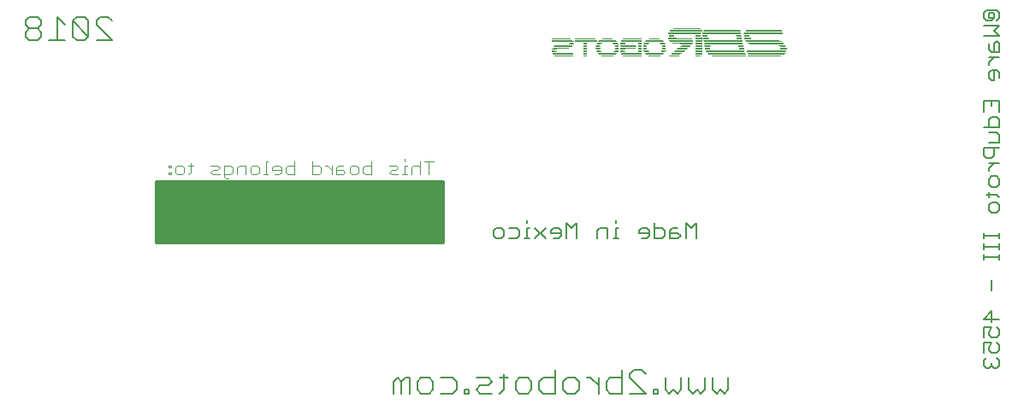
<source format=gbo>
G75*
%MOIN*%
%OFA0B0*%
%FSLAX25Y25*%
%IPPOS*%
%LPD*%
%AMOC8*
5,1,8,0,0,1.08239X$1,22.5*
%
%ADD10C,0.00800*%
%ADD11C,0.00500*%
%ADD12C,0.00400*%
%ADD13R,0.13000X0.00333*%
%ADD14R,0.13330X0.00333*%
%ADD15R,0.02000X0.00333*%
%ADD16R,0.03670X0.00333*%
%ADD17R,0.04670X0.00333*%
%ADD18R,0.07330X0.00333*%
%ADD19R,0.04660X0.00333*%
%ADD20R,0.01330X0.00333*%
%ADD21R,0.07340X0.00333*%
%ADD22R,0.14000X0.00334*%
%ADD23R,0.13670X0.00334*%
%ADD24R,0.02340X0.00334*%
%ADD25R,0.03670X0.00334*%
%ADD26R,0.06000X0.00334*%
%ADD27R,0.07660X0.00334*%
%ADD28R,0.01330X0.00334*%
%ADD29R,0.07670X0.00334*%
%ADD30R,0.14330X0.00333*%
%ADD31R,0.14340X0.00333*%
%ADD32R,0.02340X0.00333*%
%ADD33R,0.03660X0.00333*%
%ADD34R,0.06670X0.00333*%
%ADD35R,0.08000X0.00333*%
%ADD36R,0.06660X0.00333*%
%ADD37R,0.14660X0.00333*%
%ADD38R,0.14670X0.00333*%
%ADD39R,0.15000X0.00334*%
%ADD40R,0.04000X0.00334*%
%ADD41R,0.02330X0.00334*%
%ADD42R,0.01660X0.00334*%
%ADD43R,0.01670X0.00334*%
%ADD44R,0.02000X0.00334*%
%ADD45R,0.15000X0.00333*%
%ADD46R,0.01660X0.00333*%
%ADD47R,0.01670X0.00333*%
%ADD48R,0.15340X0.00333*%
%ADD49R,0.01340X0.00333*%
%ADD50R,0.02670X0.00334*%
%ADD51R,0.03660X0.00334*%
%ADD52R,0.02330X0.00333*%
%ADD53R,0.04000X0.00333*%
%ADD54R,0.06000X0.00333*%
%ADD55R,0.06330X0.00333*%
%ADD56R,0.01340X0.00334*%
%ADD57R,0.05670X0.00334*%
%ADD58R,0.07330X0.00334*%
%ADD59R,0.05670X0.00333*%
%ADD60R,0.02660X0.00333*%
%ADD61R,0.07000X0.00333*%
%ADD62R,0.13000X0.00334*%
%ADD63R,0.15330X0.00334*%
%ADD64R,0.06340X0.00334*%
%ADD65R,0.13340X0.00333*%
%ADD66R,0.14000X0.00333*%
%ADD67R,0.07670X0.00333*%
%ADD68R,0.14670X0.00334*%
%ADD69R,0.08660X0.00334*%
%ADD70R,0.02660X0.00334*%
%ADD71R,0.13670X0.00333*%
%ADD72R,0.09000X0.00333*%
%ADD73R,0.08330X0.00333*%
%ADD74R,0.08340X0.00333*%
%ADD75R,0.09330X0.00333*%
%ADD76R,0.12330X0.00334*%
%ADD77R,0.09330X0.00334*%
%ADD78R,0.08340X0.00334*%
%ADD79R,0.02670X0.00333*%
%ADD80R,0.04330X0.00333*%
%ADD81R,0.03330X0.00333*%
%ADD82R,0.15330X0.00333*%
%ADD83R,0.12660X0.00333*%
%ADD84R,0.12670X0.00334*%
%ADD85R,0.12340X0.00333*%
%ADD86R,0.11330X0.00334*%
%ADD87R,0.10660X0.00333*%
%ADD88C,0.01600*%
D10*
X0165129Y0013328D02*
X0165129Y0017932D01*
X0166664Y0019466D01*
X0168199Y0017932D01*
X0168199Y0013328D01*
X0171268Y0013328D02*
X0171268Y0019466D01*
X0169733Y0019466D01*
X0168199Y0017932D01*
X0174337Y0017932D02*
X0174337Y0014862D01*
X0175872Y0013328D01*
X0178941Y0013328D01*
X0180476Y0014862D01*
X0180476Y0017932D01*
X0178941Y0019466D01*
X0175872Y0019466D01*
X0174337Y0017932D01*
X0183545Y0019466D02*
X0188149Y0019466D01*
X0189684Y0017932D01*
X0189684Y0014862D01*
X0188149Y0013328D01*
X0183545Y0013328D01*
X0192753Y0013328D02*
X0194288Y0013328D01*
X0194288Y0014862D01*
X0192753Y0014862D01*
X0192753Y0013328D01*
X0197357Y0014862D02*
X0198892Y0016397D01*
X0201961Y0016397D01*
X0203496Y0017932D01*
X0201961Y0019466D01*
X0197357Y0019466D01*
X0197357Y0014862D02*
X0198892Y0013328D01*
X0203496Y0013328D01*
X0206565Y0013328D02*
X0208099Y0014862D01*
X0208099Y0021001D01*
X0209634Y0019466D02*
X0206565Y0019466D01*
X0212703Y0017932D02*
X0212703Y0014862D01*
X0214238Y0013328D01*
X0217307Y0013328D01*
X0218842Y0014862D01*
X0218842Y0017932D01*
X0217307Y0019466D01*
X0214238Y0019466D01*
X0212703Y0017932D01*
X0221911Y0017932D02*
X0221911Y0014862D01*
X0223446Y0013328D01*
X0228050Y0013328D01*
X0228050Y0022536D01*
X0228050Y0019466D02*
X0223446Y0019466D01*
X0221911Y0017932D01*
X0231119Y0017932D02*
X0231119Y0014862D01*
X0232654Y0013328D01*
X0235723Y0013328D01*
X0237258Y0014862D01*
X0237258Y0017932D01*
X0235723Y0019466D01*
X0232654Y0019466D01*
X0231119Y0017932D01*
X0240327Y0019466D02*
X0241862Y0019466D01*
X0244931Y0016397D01*
X0244931Y0013328D02*
X0244931Y0019466D01*
X0248000Y0017932D02*
X0249535Y0019466D01*
X0254139Y0019466D01*
X0257208Y0019466D02*
X0257208Y0021001D01*
X0258743Y0022536D01*
X0261812Y0022536D01*
X0263347Y0021001D01*
X0257208Y0019466D02*
X0263347Y0013328D01*
X0257208Y0013328D01*
X0254139Y0013328D02*
X0249535Y0013328D01*
X0248000Y0014862D01*
X0248000Y0017932D01*
X0254139Y0022536D02*
X0254139Y0013328D01*
X0266416Y0013328D02*
X0267951Y0013328D01*
X0267951Y0014862D01*
X0266416Y0014862D01*
X0266416Y0013328D01*
X0271020Y0014862D02*
X0271020Y0019466D01*
X0277158Y0019466D02*
X0277158Y0014862D01*
X0275624Y0013328D01*
X0274089Y0014862D01*
X0272555Y0013328D01*
X0271020Y0014862D01*
X0280228Y0014862D02*
X0280228Y0019466D01*
X0280228Y0014862D02*
X0281762Y0013328D01*
X0283297Y0014862D01*
X0284832Y0013328D01*
X0286366Y0014862D01*
X0286366Y0019466D01*
X0289436Y0019466D02*
X0289436Y0014862D01*
X0290970Y0013328D01*
X0292505Y0014862D01*
X0294040Y0013328D01*
X0295574Y0014862D01*
X0295574Y0019466D01*
X0055417Y0151123D02*
X0049278Y0151123D01*
X0046209Y0152658D02*
X0040070Y0158796D01*
X0040070Y0152658D01*
X0041605Y0151123D01*
X0044674Y0151123D01*
X0046209Y0152658D01*
X0046209Y0158796D01*
X0044674Y0160331D01*
X0041605Y0160331D01*
X0040070Y0158796D01*
X0037001Y0157262D02*
X0033932Y0160331D01*
X0033932Y0151123D01*
X0037001Y0151123D02*
X0030862Y0151123D01*
X0027793Y0152658D02*
X0027793Y0154192D01*
X0026258Y0155727D01*
X0023189Y0155727D01*
X0021655Y0154192D01*
X0021655Y0152658D01*
X0023189Y0151123D01*
X0026258Y0151123D01*
X0027793Y0152658D01*
X0026258Y0155727D02*
X0027793Y0157262D01*
X0027793Y0158796D01*
X0026258Y0160331D01*
X0023189Y0160331D01*
X0021655Y0158796D01*
X0021655Y0157262D01*
X0023189Y0155727D01*
X0049278Y0157262D02*
X0049278Y0158796D01*
X0050813Y0160331D01*
X0053882Y0160331D01*
X0055417Y0158796D01*
X0049278Y0157262D02*
X0055417Y0151123D01*
D11*
X0203984Y0076754D02*
X0205001Y0077771D01*
X0207036Y0077771D01*
X0208054Y0076754D01*
X0208054Y0074719D01*
X0207036Y0073701D01*
X0205001Y0073701D01*
X0203984Y0074719D01*
X0203984Y0076754D01*
X0210061Y0077771D02*
X0213113Y0077771D01*
X0214131Y0076754D01*
X0214131Y0074719D01*
X0213113Y0073701D01*
X0210061Y0073701D01*
X0216147Y0073701D02*
X0218182Y0073701D01*
X0217165Y0073701D02*
X0217165Y0077771D01*
X0218182Y0077771D01*
X0220189Y0077771D02*
X0224259Y0073701D01*
X0226267Y0075736D02*
X0230337Y0075736D01*
X0230337Y0074719D02*
X0230337Y0076754D01*
X0229319Y0077771D01*
X0227284Y0077771D01*
X0226267Y0076754D01*
X0226267Y0075736D01*
X0227284Y0073701D02*
X0229319Y0073701D01*
X0230337Y0074719D01*
X0232344Y0073701D02*
X0232344Y0079806D01*
X0234379Y0077771D01*
X0236414Y0079806D01*
X0236414Y0073701D01*
X0244498Y0073701D02*
X0244498Y0076754D01*
X0245516Y0077771D01*
X0248568Y0077771D01*
X0248568Y0073701D01*
X0250585Y0073701D02*
X0252620Y0073701D01*
X0251602Y0073701D02*
X0251602Y0077771D01*
X0252620Y0077771D01*
X0251602Y0079806D02*
X0251602Y0080824D01*
X0260704Y0076754D02*
X0260704Y0075736D01*
X0264774Y0075736D01*
X0264774Y0074719D02*
X0264774Y0076754D01*
X0263757Y0077771D01*
X0261721Y0077771D01*
X0260704Y0076754D01*
X0263757Y0073701D02*
X0264774Y0074719D01*
X0263757Y0073701D02*
X0261721Y0073701D01*
X0266781Y0073701D02*
X0269834Y0073701D01*
X0270851Y0074719D01*
X0270851Y0076754D01*
X0269834Y0077771D01*
X0266781Y0077771D01*
X0272858Y0076754D02*
X0272858Y0073701D01*
X0275911Y0073701D01*
X0276928Y0074719D01*
X0275911Y0075736D01*
X0272858Y0075736D01*
X0272858Y0076754D02*
X0273876Y0077771D01*
X0275911Y0077771D01*
X0278936Y0079806D02*
X0280971Y0077771D01*
X0283006Y0079806D01*
X0283006Y0073701D01*
X0278936Y0073701D02*
X0278936Y0079806D01*
X0266781Y0079806D02*
X0266781Y0073701D01*
X0224259Y0077771D02*
X0220189Y0073701D01*
X0217165Y0079806D02*
X0217165Y0080824D01*
X0394965Y0075739D02*
X0394965Y0073704D01*
X0394965Y0074721D02*
X0401071Y0074721D01*
X0401071Y0073704D02*
X0401071Y0075739D01*
X0401071Y0071687D02*
X0401071Y0069652D01*
X0401071Y0070670D02*
X0394965Y0070670D01*
X0394965Y0071687D02*
X0394965Y0069652D01*
X0394965Y0067636D02*
X0394965Y0065601D01*
X0394965Y0066618D02*
X0401071Y0066618D01*
X0401071Y0065601D02*
X0401071Y0067636D01*
X0398018Y0057507D02*
X0398018Y0053437D01*
X0398018Y0045353D02*
X0398018Y0041283D01*
X0398018Y0039275D02*
X0394965Y0039275D01*
X0394965Y0035205D01*
X0394965Y0033198D02*
X0398018Y0033198D01*
X0397000Y0031163D01*
X0397000Y0030146D01*
X0398018Y0029128D01*
X0400053Y0029128D01*
X0401071Y0030146D01*
X0401071Y0032181D01*
X0400053Y0033198D01*
X0400053Y0035205D02*
X0398018Y0035205D01*
X0397000Y0036223D01*
X0397000Y0037240D01*
X0398018Y0039275D01*
X0400053Y0039275D02*
X0401071Y0038258D01*
X0401071Y0036223D01*
X0400053Y0035205D01*
X0394965Y0033198D02*
X0394965Y0029128D01*
X0395983Y0027121D02*
X0394965Y0026104D01*
X0394965Y0024069D01*
X0395983Y0023051D01*
X0397000Y0023051D01*
X0398018Y0024069D01*
X0399036Y0023051D01*
X0400053Y0023051D01*
X0401071Y0024069D01*
X0401071Y0026104D01*
X0400053Y0027121D01*
X0398018Y0025086D02*
X0398018Y0024069D01*
X0394965Y0042300D02*
X0398018Y0045353D01*
X0401071Y0042300D02*
X0394965Y0042300D01*
X0398018Y0083823D02*
X0397000Y0084840D01*
X0397000Y0086875D01*
X0398018Y0087893D01*
X0400053Y0087893D01*
X0401071Y0086875D01*
X0401071Y0084840D01*
X0400053Y0083823D01*
X0398018Y0083823D01*
X0397000Y0089909D02*
X0397000Y0091944D01*
X0395983Y0090927D02*
X0400053Y0090927D01*
X0401071Y0089909D01*
X0400053Y0093951D02*
X0398018Y0093951D01*
X0397000Y0094969D01*
X0397000Y0097004D01*
X0398018Y0098022D01*
X0400053Y0098022D01*
X0401071Y0097004D01*
X0401071Y0094969D01*
X0400053Y0093951D01*
X0397000Y0100033D02*
X0397000Y0101051D01*
X0399036Y0103086D01*
X0401071Y0103086D02*
X0397000Y0103086D01*
X0395983Y0105093D02*
X0398018Y0105093D01*
X0399036Y0106111D01*
X0399036Y0109163D01*
X0401071Y0109163D02*
X0394965Y0109163D01*
X0394965Y0106111D01*
X0395983Y0105093D01*
X0397000Y0111170D02*
X0401071Y0111170D01*
X0401071Y0114223D01*
X0400053Y0115240D01*
X0397000Y0115240D01*
X0397000Y0117247D02*
X0397000Y0120300D01*
X0398018Y0121318D01*
X0400053Y0121318D01*
X0401071Y0120300D01*
X0401071Y0117247D01*
X0394965Y0117247D01*
X0394965Y0123325D02*
X0394965Y0127395D01*
X0401071Y0127395D01*
X0401071Y0123325D01*
X0398018Y0125360D02*
X0398018Y0127395D01*
X0398018Y0135479D02*
X0399036Y0135479D01*
X0399036Y0139549D01*
X0400053Y0139549D02*
X0398018Y0139549D01*
X0397000Y0138532D01*
X0397000Y0136496D01*
X0398018Y0135479D01*
X0401071Y0136496D02*
X0401071Y0138532D01*
X0400053Y0139549D01*
X0397000Y0141561D02*
X0397000Y0142578D01*
X0399036Y0144613D01*
X0399036Y0146620D02*
X0399036Y0149673D01*
X0400053Y0150691D01*
X0401071Y0149673D01*
X0401071Y0146620D01*
X0398018Y0146620D01*
X0397000Y0147638D01*
X0397000Y0149673D01*
X0394965Y0152698D02*
X0401071Y0152698D01*
X0399036Y0154733D01*
X0401071Y0156768D01*
X0394965Y0156768D01*
X0395983Y0158775D02*
X0398018Y0158775D01*
X0399036Y0159792D01*
X0397000Y0159792D01*
X0397000Y0161827D01*
X0399036Y0161827D01*
X0399036Y0159792D01*
X0400053Y0158775D02*
X0401071Y0159792D01*
X0401071Y0161827D01*
X0400053Y0162845D01*
X0395983Y0162845D01*
X0394965Y0161827D01*
X0394965Y0159792D01*
X0395983Y0158775D01*
X0397000Y0144613D02*
X0401071Y0144613D01*
D12*
X0180617Y0103962D02*
X0177147Y0103962D01*
X0175460Y0103962D02*
X0175460Y0098758D01*
X0175460Y0101360D02*
X0174593Y0102227D01*
X0172858Y0102227D01*
X0171991Y0101360D01*
X0171991Y0098758D01*
X0170304Y0098758D02*
X0168569Y0098758D01*
X0169436Y0098758D02*
X0169436Y0102227D01*
X0170304Y0102227D01*
X0169436Y0103962D02*
X0169436Y0104829D01*
X0165999Y0102227D02*
X0163397Y0102227D01*
X0164264Y0100492D02*
X0165999Y0100492D01*
X0166866Y0101360D01*
X0165999Y0102227D01*
X0164264Y0100492D02*
X0163397Y0099625D01*
X0164264Y0098758D01*
X0166866Y0098758D01*
X0156553Y0098758D02*
X0153951Y0098758D01*
X0153084Y0099625D01*
X0153084Y0101360D01*
X0153951Y0102227D01*
X0156553Y0102227D01*
X0156553Y0103962D02*
X0156553Y0098758D01*
X0151397Y0099625D02*
X0151397Y0101360D01*
X0150530Y0102227D01*
X0148795Y0102227D01*
X0147927Y0101360D01*
X0147927Y0099625D01*
X0148795Y0098758D01*
X0150530Y0098758D01*
X0151397Y0099625D01*
X0146241Y0099625D02*
X0145373Y0100492D01*
X0142771Y0100492D01*
X0142771Y0101360D02*
X0142771Y0098758D01*
X0145373Y0098758D01*
X0146241Y0099625D01*
X0143638Y0102227D02*
X0142771Y0101360D01*
X0143638Y0102227D02*
X0145373Y0102227D01*
X0141084Y0102227D02*
X0141084Y0098758D01*
X0141084Y0100492D02*
X0139349Y0102227D01*
X0138482Y0102227D01*
X0136787Y0101360D02*
X0135920Y0102227D01*
X0133318Y0102227D01*
X0133318Y0103962D02*
X0133318Y0098758D01*
X0135920Y0098758D01*
X0136787Y0099625D01*
X0136787Y0101360D01*
X0126475Y0102227D02*
X0123872Y0102227D01*
X0123005Y0101360D01*
X0123005Y0099625D01*
X0123872Y0098758D01*
X0126475Y0098758D01*
X0126475Y0103962D01*
X0121318Y0101360D02*
X0120451Y0102227D01*
X0118716Y0102227D01*
X0117848Y0101360D01*
X0117848Y0100492D01*
X0121318Y0100492D01*
X0121318Y0099625D02*
X0121318Y0101360D01*
X0121318Y0099625D02*
X0120451Y0098758D01*
X0118716Y0098758D01*
X0116162Y0098758D02*
X0114427Y0098758D01*
X0115294Y0098758D02*
X0115294Y0103962D01*
X0116162Y0103962D01*
X0112724Y0101360D02*
X0111857Y0102227D01*
X0110122Y0102227D01*
X0109254Y0101360D01*
X0109254Y0099625D01*
X0110122Y0098758D01*
X0111857Y0098758D01*
X0112724Y0099625D01*
X0112724Y0101360D01*
X0107568Y0102227D02*
X0107568Y0098758D01*
X0104098Y0098758D02*
X0104098Y0101360D01*
X0104966Y0102227D01*
X0107568Y0102227D01*
X0102411Y0101360D02*
X0102411Y0099625D01*
X0101544Y0098758D01*
X0098942Y0098758D01*
X0098942Y0097890D02*
X0098942Y0102227D01*
X0101544Y0102227D01*
X0102411Y0101360D01*
X0100677Y0097023D02*
X0099809Y0097023D01*
X0098942Y0097890D01*
X0097255Y0098758D02*
X0094653Y0098758D01*
X0093785Y0099625D01*
X0094653Y0100492D01*
X0096388Y0100492D01*
X0097255Y0101360D01*
X0096388Y0102227D01*
X0093785Y0102227D01*
X0086942Y0102227D02*
X0085207Y0102227D01*
X0086075Y0103095D02*
X0086075Y0099625D01*
X0085207Y0098758D01*
X0083505Y0099625D02*
X0082637Y0098758D01*
X0080902Y0098758D01*
X0080035Y0099625D01*
X0080035Y0101360D01*
X0080902Y0102227D01*
X0082637Y0102227D01*
X0083505Y0101360D01*
X0083505Y0099625D01*
X0078348Y0099625D02*
X0078348Y0098758D01*
X0077481Y0098758D01*
X0077481Y0099625D01*
X0078348Y0099625D01*
X0078348Y0101360D02*
X0077481Y0101360D01*
X0077481Y0102227D01*
X0078348Y0102227D01*
X0078348Y0101360D01*
X0178882Y0098758D02*
X0178882Y0103962D01*
D13*
X0278617Y0153801D03*
X0309617Y0144801D03*
D14*
X0308782Y0150801D03*
X0295782Y0144801D03*
D15*
X0300447Y0148468D03*
X0299777Y0151468D03*
X0299447Y0152801D03*
X0287447Y0147468D03*
X0283777Y0144801D03*
X0270117Y0149468D03*
X0269777Y0149801D03*
X0263777Y0149801D03*
X0263447Y0149468D03*
X0251777Y0149468D03*
X0251447Y0149801D03*
X0245447Y0149801D03*
X0245117Y0146468D03*
X0283777Y0152468D03*
X0283777Y0152801D03*
D16*
X0278612Y0148468D03*
X0277282Y0147468D03*
X0276612Y0146801D03*
X0276282Y0146468D03*
X0275282Y0145801D03*
X0274282Y0144801D03*
D17*
X0279112Y0149468D03*
X0266782Y0144801D03*
D18*
X0266782Y0145801D03*
X0258112Y0144801D03*
X0258112Y0151468D03*
X0266782Y0150468D03*
X0231112Y0148468D03*
D19*
X0248447Y0144801D03*
D20*
X0252112Y0147468D03*
X0252112Y0147801D03*
X0252112Y0148468D03*
X0252112Y0148801D03*
X0254112Y0146801D03*
X0261112Y0146801D03*
X0261112Y0146468D03*
X0261112Y0147468D03*
X0261112Y0147801D03*
X0261112Y0148468D03*
X0261112Y0148801D03*
X0261112Y0149468D03*
X0261112Y0149801D03*
X0263112Y0148801D03*
X0263112Y0148468D03*
X0263112Y0147801D03*
X0263112Y0147468D03*
X0244782Y0147468D03*
X0244782Y0148801D03*
X0239782Y0148801D03*
X0239782Y0148468D03*
X0239782Y0147801D03*
X0239782Y0147468D03*
X0239782Y0146801D03*
X0239782Y0146468D03*
X0239782Y0145801D03*
X0239782Y0145468D03*
X0239782Y0144801D03*
X0239782Y0149468D03*
X0239782Y0149801D03*
D21*
X0248447Y0150468D03*
X0248447Y0145801D03*
X0231447Y0144801D03*
X0230447Y0151468D03*
D22*
X0309777Y0150134D03*
X0310117Y0145134D03*
D23*
X0295282Y0145134D03*
X0293282Y0155134D03*
X0309612Y0155134D03*
D24*
X0283947Y0151134D03*
X0283947Y0150134D03*
X0283947Y0149134D03*
X0283947Y0148134D03*
X0283947Y0147134D03*
X0283947Y0146134D03*
X0283947Y0145134D03*
X0263947Y0146134D03*
X0250947Y0150134D03*
D25*
X0274612Y0145134D03*
X0278282Y0148134D03*
D26*
X0266777Y0145134D03*
X0256447Y0149134D03*
X0248447Y0145134D03*
D27*
X0257947Y0145134D03*
X0257947Y0151134D03*
D28*
X0261112Y0149134D03*
X0261112Y0148134D03*
X0261112Y0147134D03*
X0263112Y0148134D03*
X0254112Y0147134D03*
X0252112Y0148134D03*
X0244782Y0147134D03*
X0239782Y0147134D03*
X0239782Y0146134D03*
X0239782Y0145134D03*
X0239782Y0148134D03*
X0239782Y0149134D03*
D29*
X0230612Y0151134D03*
X0231282Y0145134D03*
D30*
X0309282Y0154468D03*
X0310282Y0145468D03*
D31*
X0294947Y0145468D03*
X0292947Y0154468D03*
D32*
X0283947Y0151801D03*
X0283947Y0151468D03*
X0283947Y0150801D03*
X0283947Y0150468D03*
X0283947Y0149801D03*
X0283947Y0149468D03*
X0283947Y0148801D03*
X0283947Y0148468D03*
X0283947Y0147801D03*
X0283947Y0147468D03*
X0283947Y0146801D03*
X0283947Y0146468D03*
X0283947Y0145801D03*
X0283947Y0145468D03*
X0302947Y0151801D03*
X0316947Y0147801D03*
X0316947Y0147468D03*
D33*
X0278947Y0148801D03*
X0274947Y0145468D03*
D34*
X0266782Y0145468D03*
X0266782Y0150801D03*
D35*
X0257777Y0150801D03*
X0257777Y0145801D03*
X0257777Y0145468D03*
X0239777Y0151468D03*
X0230777Y0150801D03*
X0231117Y0145801D03*
X0231117Y0145468D03*
D36*
X0248447Y0145468D03*
X0248447Y0150801D03*
D37*
X0310447Y0145801D03*
D38*
X0294782Y0145801D03*
X0293782Y0149801D03*
D39*
X0293277Y0151134D03*
X0292947Y0154134D03*
X0309277Y0154134D03*
X0310277Y0146134D03*
X0294617Y0146134D03*
D40*
X0279117Y0149134D03*
X0275777Y0146134D03*
D41*
X0269612Y0146134D03*
X0283612Y0153134D03*
X0287282Y0148134D03*
X0287612Y0147134D03*
X0299612Y0152134D03*
X0251282Y0146134D03*
X0245612Y0146134D03*
X0245612Y0150134D03*
D42*
X0244947Y0149134D03*
X0251947Y0149134D03*
X0251947Y0147134D03*
X0260947Y0146134D03*
X0260947Y0150134D03*
D43*
X0263282Y0149134D03*
X0263282Y0147134D03*
X0270282Y0147134D03*
X0270282Y0149134D03*
X0254282Y0150134D03*
X0254282Y0146134D03*
X0244612Y0148134D03*
X0234282Y0150134D03*
X0227612Y0147134D03*
D44*
X0227777Y0146134D03*
X0239777Y0150134D03*
X0283777Y0152134D03*
X0286447Y0152134D03*
X0299447Y0153134D03*
X0302777Y0152134D03*
X0300447Y0148134D03*
X0300777Y0147134D03*
X0316777Y0148134D03*
D45*
X0310277Y0146468D03*
X0309277Y0153801D03*
X0293617Y0150468D03*
X0293617Y0149468D03*
X0294277Y0146801D03*
X0294277Y0146468D03*
X0292947Y0153468D03*
X0292947Y0153801D03*
D46*
X0269947Y0146468D03*
X0251947Y0146801D03*
X0244947Y0146801D03*
X0244947Y0149468D03*
D47*
X0244612Y0148468D03*
X0244612Y0147801D03*
X0251612Y0146468D03*
X0254282Y0146468D03*
X0254282Y0147468D03*
X0254282Y0149468D03*
X0254282Y0149801D03*
X0263282Y0146801D03*
X0263612Y0146468D03*
X0270282Y0146801D03*
X0234282Y0149468D03*
X0227612Y0147468D03*
X0227612Y0146468D03*
D48*
X0293447Y0150801D03*
X0310447Y0146801D03*
D49*
X0270447Y0147468D03*
X0270447Y0147801D03*
X0270447Y0148468D03*
X0270447Y0148801D03*
X0234447Y0149801D03*
X0227447Y0146801D03*
D50*
X0264112Y0150134D03*
X0302782Y0153134D03*
X0316782Y0147134D03*
D51*
X0276947Y0147134D03*
D52*
X0273282Y0152468D03*
X0273282Y0152801D03*
X0286282Y0152801D03*
X0286282Y0152468D03*
X0286612Y0151801D03*
X0287282Y0148468D03*
X0287282Y0147801D03*
X0299612Y0151801D03*
X0299612Y0152468D03*
X0302612Y0152468D03*
X0302612Y0152801D03*
X0300282Y0148801D03*
X0300612Y0147801D03*
X0300612Y0147468D03*
X0316612Y0148468D03*
D53*
X0277777Y0147801D03*
X0266777Y0151468D03*
D54*
X0256447Y0148801D03*
X0256447Y0147801D03*
D55*
X0230282Y0147801D03*
D56*
X0270447Y0148134D03*
D57*
X0266612Y0151134D03*
X0256612Y0148134D03*
X0248282Y0151134D03*
D58*
X0230782Y0148134D03*
D59*
X0256612Y0148468D03*
D60*
X0287447Y0148801D03*
X0316447Y0148801D03*
D61*
X0231277Y0148801D03*
D62*
X0310947Y0149134D03*
D63*
X0293782Y0149134D03*
D64*
X0231947Y0149134D03*
D65*
X0310447Y0149468D03*
D66*
X0310117Y0149801D03*
X0309447Y0154801D03*
X0293117Y0154801D03*
D67*
X0277612Y0149801D03*
D68*
X0293782Y0150134D03*
D69*
X0277447Y0150134D03*
D70*
X0273447Y0152134D03*
X0273447Y0153134D03*
X0269447Y0150134D03*
X0286447Y0153134D03*
D71*
X0309282Y0150468D03*
D72*
X0277277Y0150468D03*
D73*
X0257612Y0150468D03*
D74*
X0239947Y0150468D03*
X0239947Y0150801D03*
X0230947Y0150468D03*
D75*
X0276782Y0151468D03*
X0277112Y0150801D03*
D76*
X0308282Y0151134D03*
D77*
X0277112Y0151134D03*
D78*
X0239947Y0151134D03*
D79*
X0286782Y0151468D03*
X0303112Y0151468D03*
D80*
X0248282Y0151468D03*
D81*
X0273782Y0151801D03*
D82*
X0309112Y0153468D03*
D83*
X0278447Y0153468D03*
D84*
X0278782Y0154134D03*
D85*
X0278947Y0154468D03*
X0278947Y0154801D03*
D86*
X0279112Y0155134D03*
D87*
X0279447Y0155468D03*
D88*
X0183920Y0072366D02*
X0072683Y0072366D01*
X0072683Y0095988D01*
X0183920Y0095988D01*
X0183920Y0072366D01*
X0183920Y0073433D02*
X0072683Y0073433D01*
X0072683Y0075032D02*
X0183920Y0075032D01*
X0183920Y0076630D02*
X0072683Y0076630D01*
X0072683Y0078229D02*
X0183920Y0078229D01*
X0183920Y0079827D02*
X0072683Y0079827D01*
X0072683Y0081426D02*
X0183920Y0081426D01*
X0183920Y0083024D02*
X0072683Y0083024D01*
X0072683Y0084623D02*
X0183920Y0084623D01*
X0183920Y0086221D02*
X0072683Y0086221D01*
X0072683Y0087820D02*
X0183920Y0087820D01*
X0183920Y0089418D02*
X0072683Y0089418D01*
X0072683Y0091017D02*
X0183920Y0091017D01*
X0183920Y0092615D02*
X0072683Y0092615D01*
X0072683Y0094214D02*
X0183920Y0094214D01*
X0183920Y0095812D02*
X0072683Y0095812D01*
M02*

</source>
